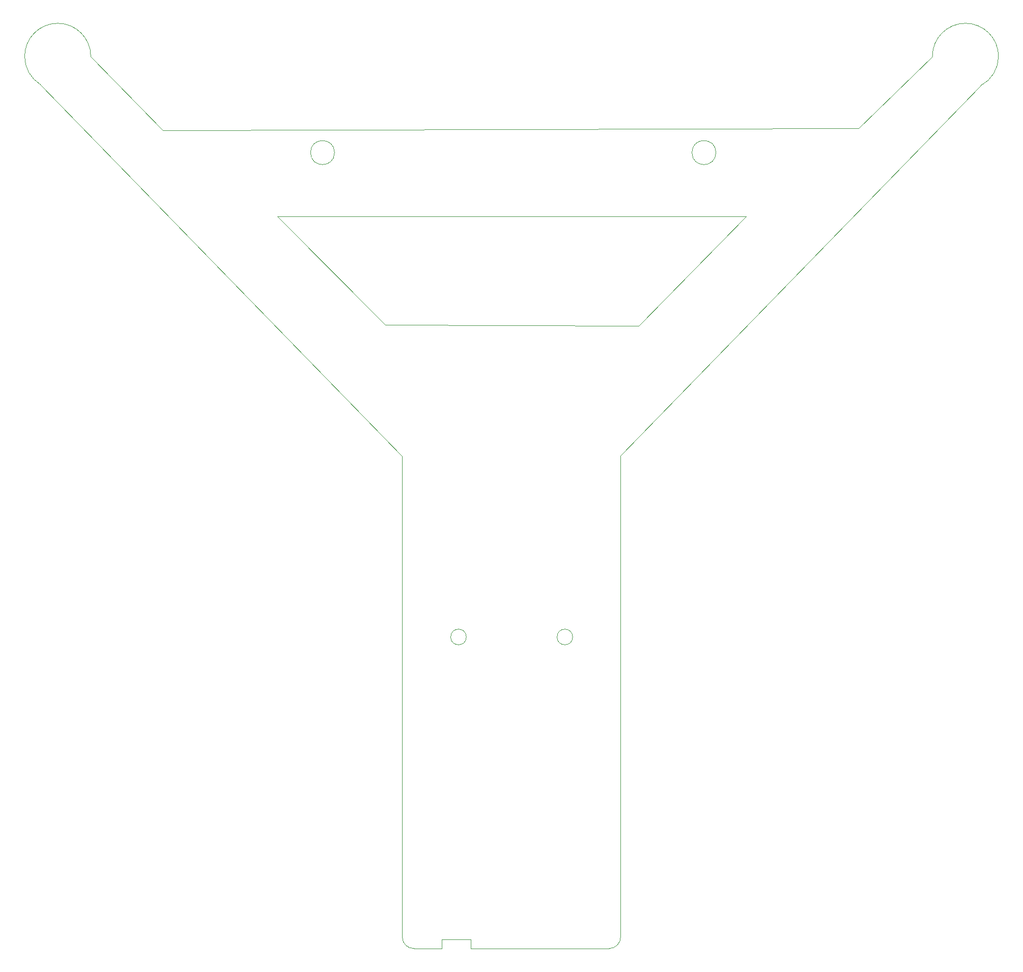
<source format=gbr>
%TF.GenerationSoftware,KiCad,Pcbnew,8.0.5*%
%TF.CreationDate,2025-01-18T17:06:11+08:00*%
%TF.ProjectId,cheap2,63686561-7032-42e6-9b69-6361645f7063,rev?*%
%TF.SameCoordinates,Original*%
%TF.FileFunction,Profile,NP*%
%FSLAX46Y46*%
G04 Gerber Fmt 4.6, Leading zero omitted, Abs format (unit mm)*
G04 Created by KiCad (PCBNEW 8.0.5) date 2025-01-18 17:06:11*
%MOMM*%
%LPD*%
G01*
G04 APERTURE LIST*
%TA.AperFunction,Profile*%
%ADD10C,0.100000*%
%TD*%
G04 APERTURE END LIST*
D10*
X123300000Y-184450000D02*
X100627793Y-184457710D01*
X91170225Y-184450000D02*
G75*
G02*
X89220001Y-182548101I-47725J1901900D01*
G01*
X125500766Y-102499786D02*
X185399587Y-40999190D01*
X107400000Y-62700000D02*
X68400000Y-62700000D01*
X165100000Y-48100000D02*
X49400000Y-48400000D01*
X128568777Y-80931223D02*
X146400000Y-62700000D01*
X26400000Y-36100000D02*
G75*
G02*
X37400000Y-36100000I5500000J0D01*
G01*
X95800000Y-182961194D02*
X95886364Y-182961194D01*
X100627793Y-184457710D02*
X100628670Y-182959834D01*
X117565225Y-132650000D02*
G75*
G02*
X114965225Y-132650000I-1300000J0D01*
G01*
X114965225Y-132650000D02*
G75*
G02*
X117565225Y-132650000I1300000J0D01*
G01*
X77950000Y-52100000D02*
G75*
G02*
X73950000Y-52100000I-2000000J0D01*
G01*
X73950000Y-52100000D02*
G75*
G02*
X77950000Y-52100000I2000000J0D01*
G01*
X165100000Y-48100000D02*
X177400000Y-36100000D01*
X29011910Y-40780698D02*
X89200453Y-102548103D01*
X29011910Y-40780698D02*
G75*
G02*
X26400000Y-36100000I2888090J4680698D01*
G01*
X123637962Y-184450000D02*
X123507036Y-184450000D01*
X37400000Y-36100000D02*
X49400000Y-48400000D01*
X107400000Y-62700000D02*
X146400000Y-62700000D01*
X68400000Y-62700000D02*
X86431223Y-80731223D01*
X89220001Y-182548101D02*
X89200453Y-102548103D01*
X125539861Y-182499776D02*
X125500766Y-102499786D01*
X99870225Y-132650000D02*
G75*
G02*
X97270225Y-132650000I-1300000J0D01*
G01*
X97270225Y-132650000D02*
G75*
G02*
X99870225Y-132650000I1300000J0D01*
G01*
X141400000Y-52100000D02*
G75*
G02*
X137400000Y-52100000I-2000000J0D01*
G01*
X137400000Y-52100000D02*
G75*
G02*
X141400000Y-52100000I2000000J0D01*
G01*
X128568777Y-80931223D02*
X86431223Y-80731223D01*
X100628670Y-182959834D02*
X100400000Y-182959834D01*
X177400000Y-36100000D02*
G75*
G02*
X188400000Y-36100000I5500000J0D01*
G01*
X100400000Y-182959834D02*
X95886364Y-182961194D01*
X91170225Y-184450000D02*
X95800000Y-184449923D01*
X95800000Y-184449923D02*
X95800000Y-182961194D01*
X125539861Y-182499776D02*
G75*
G02*
X123637962Y-184449960I-1901861J-47724D01*
G01*
X188400000Y-36100000D02*
G75*
G02*
X185399587Y-40999190I-5500000J0D01*
G01*
X123300000Y-184450000D02*
X123507036Y-184450000D01*
M02*

</source>
